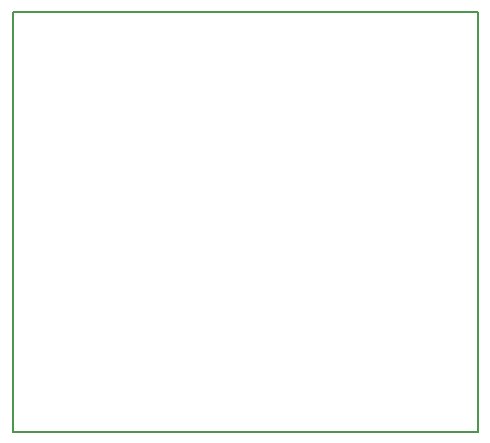
<source format=gbr>
G04 #@! TF.GenerationSoftware,KiCad,Pcbnew,(5.0.0-3-g5ebb6b6)*
G04 #@! TF.CreationDate,2018-09-23T14:54:54+01:00*
G04 #@! TF.ProjectId,flow-module,666C6F772D6D6F64756C652E6B696361,rev?*
G04 #@! TF.SameCoordinates,Original*
G04 #@! TF.FileFunction,Profile,NP*
%FSLAX46Y46*%
G04 Gerber Fmt 4.6, Leading zero omitted, Abs format (unit mm)*
G04 Created by KiCad (PCBNEW (5.0.0-3-g5ebb6b6)) date 2018 September 23, Sunday 14:54:54*
%MOMM*%
%LPD*%
G01*
G04 APERTURE LIST*
%ADD10C,0.150000*%
G04 APERTURE END LIST*
D10*
X109220000Y-21590000D02*
X109220000Y-57150000D01*
X107950000Y-21590000D02*
X109220000Y-21590000D01*
X109220000Y-21590000D02*
X107950000Y-21590000D01*
X69850000Y-21590000D02*
X107950000Y-21590000D01*
X69850000Y-57150000D02*
X109220000Y-57150000D01*
X69850000Y-57150000D02*
X69850000Y-21590000D01*
M02*

</source>
